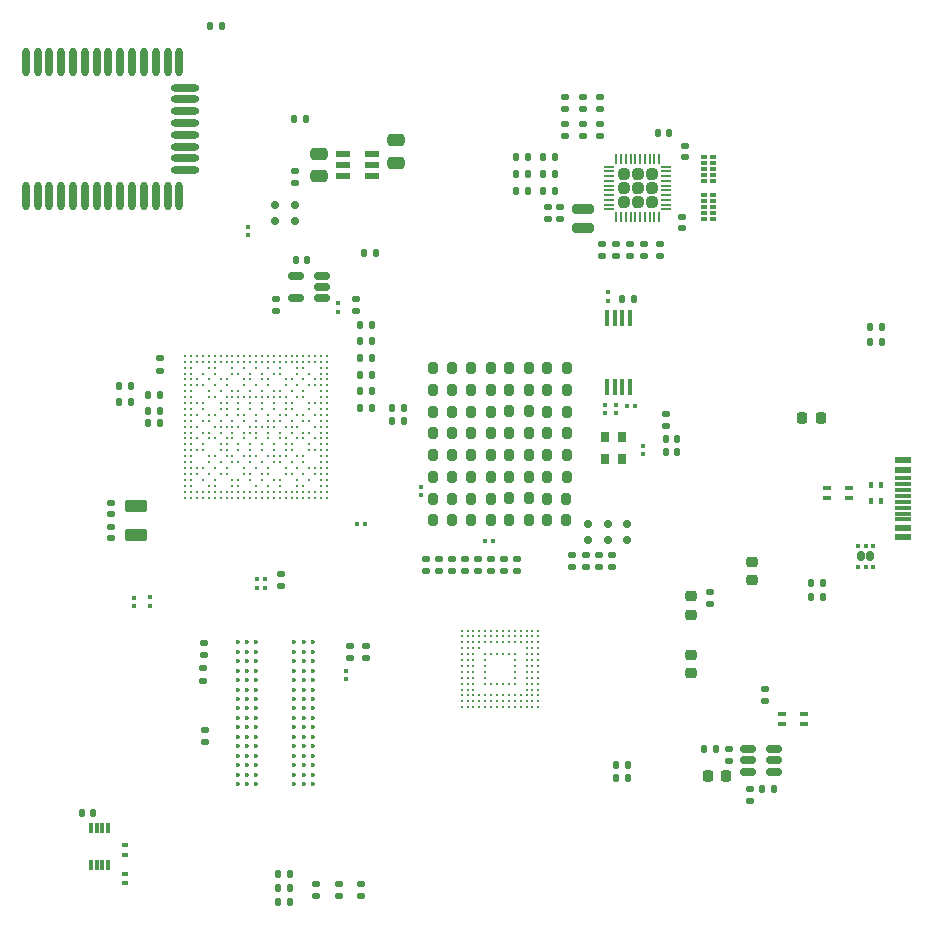
<source format=gbr>
%TF.GenerationSoftware,KiCad,Pcbnew,9.0.1*%
%TF.CreationDate,2026-02-07T17:07:50-05:00*%
%TF.ProjectId,Leonhart,4c656f6e-6861-4727-942e-6b696361645f,rev?*%
%TF.SameCoordinates,Original*%
%TF.FileFunction,Paste,Top*%
%TF.FilePolarity,Positive*%
%FSLAX46Y46*%
G04 Gerber Fmt 4.6, Leading zero omitted, Abs format (unit mm)*
G04 Created by KiCad (PCBNEW 9.0.1) date 2026-02-07 17:07:50*
%MOMM*%
%LPD*%
G01*
G04 APERTURE LIST*
G04 Aperture macros list*
%AMRoundRect*
0 Rectangle with rounded corners*
0 $1 Rounding radius*
0 $2 $3 $4 $5 $6 $7 $8 $9 X,Y pos of 4 corners*
0 Add a 4 corners polygon primitive as box body*
4,1,4,$2,$3,$4,$5,$6,$7,$8,$9,$2,$3,0*
0 Add four circle primitives for the rounded corners*
1,1,$1+$1,$2,$3*
1,1,$1+$1,$4,$5*
1,1,$1+$1,$6,$7*
1,1,$1+$1,$8,$9*
0 Add four rect primitives between the rounded corners*
20,1,$1+$1,$2,$3,$4,$5,0*
20,1,$1+$1,$4,$5,$6,$7,0*
20,1,$1+$1,$6,$7,$8,$9,0*
20,1,$1+$1,$8,$9,$2,$3,0*%
G04 Aperture macros list end*
%ADD10RoundRect,0.135000X0.135000X0.185000X-0.135000X0.185000X-0.135000X-0.185000X0.135000X-0.185000X0*%
%ADD11RoundRect,0.200000X-0.200000X-0.275000X0.200000X-0.275000X0.200000X0.275000X-0.200000X0.275000X0*%
%ADD12RoundRect,0.135000X-0.135000X-0.185000X0.135000X-0.185000X0.135000X0.185000X-0.135000X0.185000X0*%
%ADD13RoundRect,0.075000X0.200000X-0.075000X0.200000X0.075000X-0.200000X0.075000X-0.200000X-0.075000X0*%
%ADD14RoundRect,0.150000X-0.200000X0.150000X-0.200000X-0.150000X0.200000X-0.150000X0.200000X0.150000X0*%
%ADD15RoundRect,0.135000X0.185000X-0.135000X0.185000X0.135000X-0.185000X0.135000X-0.185000X-0.135000X0*%
%ADD16O,0.600000X2.400000*%
%ADD17O,2.400000X0.600000*%
%ADD18RoundRect,0.140000X-0.140000X-0.170000X0.140000X-0.170000X0.140000X0.170000X-0.140000X0.170000X0*%
%ADD19C,0.360000*%
%ADD20RoundRect,0.135000X-0.185000X0.135000X-0.185000X-0.135000X0.185000X-0.135000X0.185000X0.135000X0*%
%ADD21RoundRect,0.225000X0.250000X-0.225000X0.250000X0.225000X-0.250000X0.225000X-0.250000X-0.225000X0*%
%ADD22R,1.450000X0.600000*%
%ADD23R,1.450000X0.300000*%
%ADD24RoundRect,0.079500X-0.079500X-0.100500X0.079500X-0.100500X0.079500X0.100500X-0.079500X0.100500X0*%
%ADD25RoundRect,0.160000X0.160000X-0.245000X0.160000X0.245000X-0.160000X0.245000X-0.160000X-0.245000X0*%
%ADD26RoundRect,0.093750X0.106250X-0.093750X0.106250X0.093750X-0.106250X0.093750X-0.106250X-0.093750X0*%
%ADD27RoundRect,0.060000X-0.190000X0.140000X-0.190000X-0.140000X0.190000X-0.140000X0.190000X0.140000X0*%
%ADD28RoundRect,0.079500X-0.100500X0.079500X-0.100500X-0.079500X0.100500X-0.079500X0.100500X0.079500X0*%
%ADD29RoundRect,0.150000X-0.512500X-0.150000X0.512500X-0.150000X0.512500X0.150000X-0.512500X0.150000X0*%
%ADD30R,0.450000X1.475000*%
%ADD31RoundRect,0.140000X-0.170000X0.140000X-0.170000X-0.140000X0.170000X-0.140000X0.170000X0.140000X0*%
%ADD32RoundRect,0.147500X0.172500X-0.147500X0.172500X0.147500X-0.172500X0.147500X-0.172500X-0.147500X0*%
%ADD33RoundRect,0.225000X0.225000X0.250000X-0.225000X0.250000X-0.225000X-0.250000X0.225000X-0.250000X0*%
%ADD34RoundRect,0.120000X0.780000X0.280000X-0.780000X0.280000X-0.780000X-0.280000X0.780000X-0.280000X0*%
%ADD35RoundRect,0.060000X0.190000X-0.140000X0.190000X0.140000X-0.190000X0.140000X-0.190000X-0.140000X0*%
%ADD36RoundRect,0.100000X-0.275000X-0.100000X0.275000X-0.100000X0.275000X0.100000X-0.275000X0.100000X0*%
%ADD37RoundRect,0.250000X0.475000X-0.250000X0.475000X0.250000X-0.475000X0.250000X-0.475000X-0.250000X0*%
%ADD38C,0.250000*%
%ADD39RoundRect,0.225000X-0.250000X0.225000X-0.250000X-0.225000X0.250000X-0.225000X0.250000X0.225000X0*%
%ADD40RoundRect,0.100000X0.800000X-0.400000X0.800000X0.400000X-0.800000X0.400000X-0.800000X-0.400000X0*%
%ADD41RoundRect,0.140000X0.170000X-0.140000X0.170000X0.140000X-0.170000X0.140000X-0.170000X-0.140000X0*%
%ADD42RoundRect,0.250000X-0.475000X0.250000X-0.475000X-0.250000X0.475000X-0.250000X0.475000X0.250000X0*%
%ADD43RoundRect,0.150000X0.512500X0.150000X-0.512500X0.150000X-0.512500X-0.150000X0.512500X-0.150000X0*%
%ADD44R,0.800000X0.900000*%
%ADD45RoundRect,0.242500X0.242500X0.242500X-0.242500X0.242500X-0.242500X-0.242500X0.242500X-0.242500X0*%
%ADD46RoundRect,0.062500X0.350000X0.062500X-0.350000X0.062500X-0.350000X-0.062500X0.350000X-0.062500X0*%
%ADD47RoundRect,0.062500X0.062500X0.350000X-0.062500X0.350000X-0.062500X-0.350000X0.062500X-0.350000X0*%
%ADD48R,0.300000X0.850000*%
%ADD49RoundRect,0.079500X0.100500X-0.079500X0.100500X0.079500X-0.100500X0.079500X-0.100500X-0.079500X0*%
%ADD50RoundRect,0.060000X0.140000X0.190000X-0.140000X0.190000X-0.140000X-0.190000X0.140000X-0.190000X0*%
%ADD51RoundRect,0.140000X0.140000X0.170000X-0.140000X0.170000X-0.140000X-0.170000X0.140000X-0.170000X0*%
%ADD52R,1.200000X0.600000*%
G04 APERTURE END LIST*
D10*
%TO.C,R3006*%
X167431000Y-116311000D03*
X166411000Y-116311000D03*
%TD*%
D11*
%TO.C,R1014*%
X140841000Y-102470796D03*
X142491000Y-102470796D03*
%TD*%
D12*
%TO.C,R5003*%
X141401000Y-79076000D03*
X142421000Y-79076000D03*
%TD*%
D13*
%TO.C,U5004*%
X158126000Y-84301000D03*
X158126000Y-83801000D03*
X158126000Y-83301000D03*
X158126000Y-82801000D03*
X158126000Y-82301000D03*
X157356000Y-82301000D03*
X157356000Y-82801000D03*
X157356000Y-83301000D03*
X157356000Y-83801000D03*
X157356000Y-84301000D03*
%TD*%
D14*
%TO.C,D1003*%
X150811000Y-111531000D03*
X150811000Y-110131000D03*
%TD*%
D15*
%TO.C,R5005*%
X147051000Y-74996000D03*
X147051000Y-73976000D03*
%TD*%
D13*
%TO.C,U5003*%
X158126000Y-81126000D03*
X158126000Y-80626000D03*
X158126000Y-80126000D03*
X158126000Y-79626000D03*
X158126000Y-79126000D03*
X157356000Y-79126000D03*
X157356000Y-79626000D03*
X157356000Y-80126000D03*
X157356000Y-80626000D03*
X157356000Y-81126000D03*
%TD*%
D16*
%TO.C,U2001*%
X99901000Y-82351000D03*
X100901000Y-82351000D03*
X101901000Y-82351000D03*
X102901000Y-82351000D03*
X103901000Y-82351000D03*
X104901000Y-82351000D03*
X105901000Y-82351000D03*
X106901000Y-82351000D03*
X107901000Y-82351000D03*
X108901000Y-82351000D03*
X109901000Y-82351000D03*
X110901000Y-82351000D03*
X111901000Y-82351000D03*
X112901000Y-82351000D03*
D17*
X113401000Y-80201000D03*
X113401000Y-79201000D03*
X113401000Y-78201000D03*
X113401000Y-77201000D03*
X113401000Y-76201000D03*
X113401000Y-75201000D03*
X113401000Y-74201000D03*
X113401000Y-73201000D03*
D16*
X112901000Y-71051000D03*
X111901000Y-71051000D03*
X110901000Y-71051000D03*
X109901000Y-71051000D03*
X108901000Y-71051000D03*
X107901000Y-71051000D03*
X106901000Y-71051000D03*
X105901000Y-71051000D03*
X104901000Y-71051000D03*
X103901000Y-71051000D03*
X102901000Y-71051000D03*
X101901000Y-71051000D03*
X100901000Y-71051000D03*
X99901000Y-71051000D03*
%TD*%
D18*
%TO.C,C1003*%
X150411000Y-91121000D03*
X151371000Y-91121000D03*
%TD*%
D19*
%TO.C,U4001*%
X124234492Y-132176000D03*
X123434492Y-132176000D03*
X122634492Y-132176000D03*
X119434492Y-132176000D03*
X118634492Y-132176000D03*
X117834492Y-132176000D03*
X124234492Y-131376000D03*
X123434492Y-131376000D03*
X122634492Y-131376000D03*
X119434492Y-131376000D03*
X118634492Y-131376000D03*
X117834492Y-131376000D03*
X124234492Y-130576000D03*
X123434492Y-130576000D03*
X122634492Y-130576000D03*
X119434492Y-130576000D03*
X118634492Y-130576000D03*
X117834492Y-130576000D03*
X124234492Y-129776000D03*
X123434492Y-129776000D03*
X122634492Y-129776000D03*
X119434492Y-129776000D03*
X118634492Y-129776000D03*
X117834492Y-129776000D03*
X124234492Y-128976000D03*
X123434492Y-128976000D03*
X122634492Y-128976000D03*
X119434492Y-128976000D03*
X118634492Y-128976000D03*
X117834492Y-128976000D03*
X124234492Y-128176000D03*
X123434492Y-128176000D03*
X122634492Y-128176000D03*
X119434492Y-128176000D03*
X118634492Y-128176000D03*
X117834492Y-128176000D03*
X124234492Y-127376000D03*
X123434492Y-127376000D03*
X122634492Y-127376000D03*
X119434492Y-127376000D03*
X118634492Y-127376000D03*
X117834492Y-127376000D03*
X124234492Y-126576000D03*
X123434492Y-126576000D03*
X122634492Y-126576000D03*
X119434492Y-126576000D03*
X118634492Y-126576000D03*
X117834492Y-126576000D03*
X124234492Y-125776000D03*
X123434492Y-125776000D03*
X122634492Y-125776000D03*
X119434492Y-125776000D03*
X118634492Y-125776000D03*
X117834492Y-125776000D03*
X124234492Y-124976000D03*
X123434492Y-124976000D03*
X122634492Y-124976000D03*
X119434492Y-124976000D03*
X118634492Y-124976000D03*
X117834492Y-124976000D03*
X124234492Y-124176000D03*
X123434492Y-124176000D03*
X122634492Y-124176000D03*
X119434492Y-124176000D03*
X118634492Y-124176000D03*
X117834492Y-124176000D03*
X124234492Y-123376000D03*
X123434492Y-123376000D03*
X122634492Y-123376000D03*
X119434492Y-123376000D03*
X118634492Y-123376000D03*
X117834492Y-123376000D03*
X124234492Y-122576000D03*
X123434492Y-122576000D03*
X122634492Y-122576000D03*
X119434492Y-122576000D03*
X118634492Y-122576000D03*
X117834492Y-122576000D03*
X124234492Y-121776000D03*
X123434492Y-121776000D03*
X122634492Y-121776000D03*
X119434492Y-121776000D03*
X118634492Y-121776000D03*
X117834492Y-121776000D03*
X124234492Y-120976000D03*
X123434492Y-120976000D03*
X122634492Y-120976000D03*
X119434492Y-120976000D03*
X118634492Y-120976000D03*
X117834492Y-120976000D03*
X124234492Y-120176000D03*
X123434492Y-120176000D03*
X122634492Y-120176000D03*
X119434492Y-120176000D03*
X118634492Y-120176000D03*
X117834492Y-120176000D03*
%TD*%
D20*
%TO.C,FB1001*%
X154101000Y-100846000D03*
X154101000Y-101866000D03*
%TD*%
D21*
%TO.C,C3004*%
X156251000Y-117826000D03*
X156251000Y-116276000D03*
%TD*%
D22*
%TO.C,J6001*%
X174131000Y-111271000D03*
X174131000Y-110471000D03*
D23*
X174131000Y-109271000D03*
X174131000Y-108271000D03*
X174131000Y-107771000D03*
X174131000Y-106771000D03*
D22*
X174131000Y-105571000D03*
X174131000Y-104771000D03*
X174131000Y-104771000D03*
X174131000Y-105571000D03*
D23*
X174131000Y-106271000D03*
X174131000Y-107271000D03*
X174131000Y-108771000D03*
X174131000Y-109771000D03*
D22*
X174131000Y-110471000D03*
X174131000Y-111271000D03*
%TD*%
D11*
%TO.C,R1010*%
X140831000Y-109829571D03*
X142481000Y-109829571D03*
%TD*%
D12*
%TO.C,R2001*%
X115501000Y-67971000D03*
X116521000Y-67971000D03*
%TD*%
D20*
%TO.C,R1001*%
X146181000Y-112801000D03*
X146181000Y-113821000D03*
%TD*%
D24*
%TO.C,R6001*%
X127911000Y-110126000D03*
X128601000Y-110126000D03*
%TD*%
D12*
%TO.C,R6023*%
X157300000Y-129226000D03*
X158320000Y-129226000D03*
%TD*%
D18*
%TO.C,C5020*%
X153421000Y-77051000D03*
X154381000Y-77051000D03*
%TD*%
D12*
%TO.C,R5025*%
X171401000Y-94731000D03*
X172421000Y-94731000D03*
%TD*%
D11*
%TO.C,R1038*%
X144051000Y-104315898D03*
X145701000Y-104315898D03*
%TD*%
D10*
%TO.C,R3004*%
X167431000Y-115191000D03*
X166411000Y-115191000D03*
%TD*%
D20*
%TO.C,R5011*%
X148514000Y-76251000D03*
X148514000Y-77271000D03*
%TD*%
D25*
%TO.C,U6001*%
X170601000Y-112888500D03*
X171401000Y-112888500D03*
D26*
X170351000Y-113776000D03*
X171001000Y-113776000D03*
X171651000Y-113776000D03*
X171651000Y-112001000D03*
X171001000Y-112001000D03*
X170351000Y-112001000D03*
%TD*%
D10*
%TO.C,R6002*%
X131931000Y-101461000D03*
X130911000Y-101461000D03*
%TD*%
D27*
%TO.C,D1005*%
X108261000Y-140581000D03*
X108261000Y-139781000D03*
%TD*%
D28*
%TO.C,C3089*%
X109091000Y-116381000D03*
X109091000Y-117071000D03*
%TD*%
%TO.C,C3087*%
X110381000Y-116371000D03*
X110381000Y-117061000D03*
%TD*%
D24*
%TO.C,C3121*%
X138766000Y-111601000D03*
X139456000Y-111601000D03*
%TD*%
D20*
%TO.C,R6010*%
X138151000Y-113126000D03*
X138151000Y-114146000D03*
%TD*%
D29*
%TO.C,U6003*%
X161015000Y-129226000D03*
X161015000Y-130176000D03*
X161015000Y-131126000D03*
X163290000Y-131126000D03*
X163290000Y-130176000D03*
X163290000Y-129226000D03*
%TD*%
D20*
%TO.C,R5009*%
X145588000Y-76251000D03*
X145588000Y-77271000D03*
%TD*%
D30*
%TO.C,U1001*%
X149111000Y-98577000D03*
X149761000Y-98577000D03*
X150411000Y-98577000D03*
X151061000Y-98577000D03*
X151061000Y-92701000D03*
X150411000Y-92701000D03*
X149761000Y-92701000D03*
X149111000Y-92701000D03*
%TD*%
D11*
%TO.C,R1004*%
X134371000Y-100650388D03*
X136021000Y-100650388D03*
%TD*%
D31*
%TO.C,C5019*%
X144101000Y-83346000D03*
X144101000Y-84306000D03*
%TD*%
D32*
%TO.C,D7003*%
X124511000Y-141646000D03*
X124511000Y-140676000D03*
%TD*%
D11*
%TO.C,R1011*%
X140841000Y-107989877D03*
X142491000Y-107989877D03*
%TD*%
D28*
%TO.C,C3079*%
X126354000Y-91477000D03*
X126354000Y-92167000D03*
%TD*%
D33*
%TO.C,C3019*%
X167201625Y-101207000D03*
X165651625Y-101207000D03*
%TD*%
D34*
%TO.C,L5001*%
X147081000Y-85071000D03*
X147081000Y-83471000D03*
%TD*%
D35*
%TO.C,D1006*%
X108261000Y-137341000D03*
X108261000Y-138141000D03*
%TD*%
D15*
%TO.C,R4006*%
X115061000Y-128581000D03*
X115061000Y-127561000D03*
%TD*%
D21*
%TO.C,C3001*%
X161351000Y-114901000D03*
X161351000Y-113351000D03*
%TD*%
D20*
%TO.C,R6009*%
X140351000Y-113126000D03*
X140351000Y-114146000D03*
%TD*%
D11*
%TO.C,R1017*%
X140841000Y-96951714D03*
X142491000Y-96951714D03*
%TD*%
%TO.C,R1030*%
X137626000Y-102492225D03*
X139276000Y-102492225D03*
%TD*%
%TO.C,R1003*%
X134371000Y-98810694D03*
X136021000Y-98810694D03*
%TD*%
%TO.C,R1015*%
X140841000Y-100631102D03*
X142491000Y-100631102D03*
%TD*%
%TO.C,R1007*%
X134371000Y-106169469D03*
X136021000Y-106169469D03*
%TD*%
D20*
%TO.C,R6011*%
X135951000Y-113126000D03*
X135951000Y-114146000D03*
%TD*%
D10*
%TO.C,R1049*%
X111281000Y-101621000D03*
X110261000Y-101621000D03*
%TD*%
D20*
%TO.C,R4008*%
X114944492Y-122390984D03*
X114944492Y-123410984D03*
%TD*%
D36*
%TO.C,L6001*%
X167771000Y-107946000D03*
X169621000Y-107946000D03*
X169621000Y-107096000D03*
X167771000Y-107096000D03*
%TD*%
D12*
%TO.C,R5026*%
X171401000Y-93501000D03*
X172421000Y-93501000D03*
%TD*%
%TO.C,R5016*%
X128181000Y-100321000D03*
X129201000Y-100321000D03*
%TD*%
%TO.C,R5015*%
X128196000Y-93301000D03*
X129216000Y-93301000D03*
%TD*%
D15*
%TO.C,R1026*%
X149531000Y-113821000D03*
X149531000Y-112801000D03*
%TD*%
D20*
%TO.C,R5004*%
X127851000Y-91116000D03*
X127851000Y-92136000D03*
%TD*%
D15*
%TO.C,R1024*%
X147297667Y-113821000D03*
X147297667Y-112801000D03*
%TD*%
D10*
%TO.C,R3001*%
X150871000Y-130601000D03*
X149851000Y-130601000D03*
%TD*%
D37*
%TO.C,C6017*%
X131231000Y-79571000D03*
X131231000Y-77671000D03*
%TD*%
D24*
%TO.C,C3084*%
X119496000Y-114816000D03*
X120186000Y-114816000D03*
%TD*%
D10*
%TO.C,R5007*%
X142421000Y-80539000D03*
X141401000Y-80539000D03*
%TD*%
D11*
%TO.C,R1041*%
X144051000Y-98792224D03*
X145701000Y-98792224D03*
%TD*%
D31*
%TO.C,C5018*%
X145151000Y-83346000D03*
X145151000Y-84306000D03*
%TD*%
D38*
%TO.C,U1002*%
X113401000Y-107916000D03*
X113401000Y-107416000D03*
X113401000Y-106916000D03*
X113401000Y-106416000D03*
X113401000Y-105916000D03*
X113401000Y-105416000D03*
X113401000Y-104916000D03*
X113401000Y-104416000D03*
X113401000Y-103916000D03*
X113401000Y-103416000D03*
X113401000Y-102916000D03*
X113401000Y-102416000D03*
X113401000Y-101916000D03*
X113401000Y-101416000D03*
X113401000Y-100916000D03*
X113401000Y-100416000D03*
X113401000Y-99916000D03*
X113401000Y-99416000D03*
X113401000Y-98916000D03*
X113401000Y-98416000D03*
X113401000Y-97916000D03*
X113401000Y-97416000D03*
X113401000Y-96916000D03*
X113401000Y-96416000D03*
X113401000Y-95916000D03*
X123401000Y-107916000D03*
X123401000Y-107416000D03*
X123401000Y-106916000D03*
X123401000Y-105916000D03*
X123401000Y-104916000D03*
X123401000Y-104416000D03*
X123401000Y-102916000D03*
X123401000Y-102416000D03*
X123401000Y-101416000D03*
X123401000Y-100916000D03*
X123401000Y-99416000D03*
X123401000Y-98916000D03*
X123401000Y-97916000D03*
X123401000Y-96916000D03*
X123401000Y-96416000D03*
X123401000Y-95916000D03*
X123901000Y-107916000D03*
X123901000Y-107416000D03*
X123901000Y-106416000D03*
X123901000Y-105416000D03*
X123901000Y-103916000D03*
X123901000Y-103416000D03*
X123901000Y-102416000D03*
X123901000Y-101416000D03*
X123901000Y-100416000D03*
X123901000Y-99916000D03*
X123901000Y-98416000D03*
X123901000Y-97416000D03*
X123901000Y-96416000D03*
X123901000Y-95916000D03*
X124401000Y-107916000D03*
X124401000Y-107416000D03*
X124401000Y-105916000D03*
X124401000Y-105416000D03*
X124401000Y-103916000D03*
X124401000Y-102916000D03*
X124401000Y-101916000D03*
X124401000Y-100916000D03*
X124401000Y-99916000D03*
X124401000Y-98416000D03*
X124401000Y-97916000D03*
X124401000Y-96416000D03*
X124401000Y-95916000D03*
X124901000Y-107916000D03*
X124901000Y-107416000D03*
X124901000Y-106916000D03*
X124901000Y-106416000D03*
X124901000Y-105916000D03*
X124901000Y-105416000D03*
X124901000Y-104916000D03*
X124901000Y-104416000D03*
X124901000Y-103916000D03*
X124901000Y-103416000D03*
X124901000Y-102916000D03*
X124901000Y-102416000D03*
X124901000Y-101916000D03*
X124901000Y-101416000D03*
X124901000Y-100916000D03*
X124901000Y-100416000D03*
X124901000Y-99916000D03*
X124901000Y-99416000D03*
X124901000Y-98916000D03*
X124901000Y-98416000D03*
X124901000Y-97916000D03*
X124901000Y-97416000D03*
X124901000Y-96916000D03*
X124901000Y-96416000D03*
X124901000Y-95916000D03*
X125401000Y-107916000D03*
X125401000Y-107416000D03*
X125401000Y-106916000D03*
X125401000Y-106416000D03*
X125401000Y-105916000D03*
X125401000Y-105416000D03*
X125401000Y-104916000D03*
X125401000Y-104416000D03*
X125401000Y-103916000D03*
X125401000Y-103416000D03*
X125401000Y-102916000D03*
X125401000Y-102416000D03*
X125401000Y-101916000D03*
X125401000Y-101416000D03*
X125401000Y-100916000D03*
X125401000Y-100416000D03*
X125401000Y-99916000D03*
X125401000Y-99416000D03*
X125401000Y-98916000D03*
X125401000Y-98416000D03*
X125401000Y-97916000D03*
X125401000Y-97416000D03*
X125401000Y-96916000D03*
X125401000Y-96416000D03*
X125401000Y-95916000D03*
X113901000Y-107916000D03*
X113901000Y-107416000D03*
X113901000Y-106916000D03*
X113901000Y-106416000D03*
X113901000Y-105916000D03*
X113901000Y-105416000D03*
X113901000Y-104916000D03*
X113901000Y-104416000D03*
X113901000Y-103916000D03*
X113901000Y-103416000D03*
X113901000Y-102916000D03*
X113901000Y-102416000D03*
X113901000Y-101916000D03*
X113901000Y-101416000D03*
X113901000Y-100916000D03*
X113901000Y-100416000D03*
X113901000Y-99916000D03*
X113901000Y-99416000D03*
X113901000Y-98916000D03*
X113901000Y-98416000D03*
X113901000Y-97916000D03*
X113901000Y-97416000D03*
X113901000Y-96916000D03*
X113901000Y-96416000D03*
X113901000Y-95916000D03*
X114401000Y-107916000D03*
X114401000Y-107416000D03*
X114401000Y-105916000D03*
X114401000Y-105416000D03*
X114401000Y-103916000D03*
X114401000Y-102916000D03*
X114401000Y-101916000D03*
X114401000Y-100916000D03*
X114401000Y-99916000D03*
X114401000Y-98416000D03*
X114401000Y-97916000D03*
X114401000Y-96416000D03*
X114401000Y-95916000D03*
X114901000Y-107916000D03*
X114901000Y-107416000D03*
X114901000Y-106416000D03*
X114901000Y-105416000D03*
X114901000Y-103916000D03*
X114901000Y-103416000D03*
X114901000Y-102416000D03*
X114901000Y-101416000D03*
X114901000Y-100416000D03*
X114901000Y-99916000D03*
X114901000Y-98416000D03*
X114901000Y-97416000D03*
X114901000Y-96416000D03*
X114901000Y-95916000D03*
X115401000Y-107916000D03*
X115401000Y-107416000D03*
X115401000Y-106916000D03*
X115401000Y-105916000D03*
X115401000Y-104916000D03*
X115401000Y-104416000D03*
X115401000Y-102916000D03*
X115401000Y-102416000D03*
X115401000Y-101416000D03*
X115401000Y-100916000D03*
X115401000Y-99416000D03*
X115401000Y-98916000D03*
X115401000Y-97916000D03*
X115401000Y-96916000D03*
X115401000Y-96416000D03*
X115401000Y-95916000D03*
X115901000Y-107916000D03*
X115901000Y-107416000D03*
X115901000Y-106916000D03*
X115901000Y-106416000D03*
X115901000Y-105416000D03*
X115901000Y-104416000D03*
X115901000Y-102916000D03*
X115901000Y-101916000D03*
X115901000Y-100916000D03*
X115901000Y-99416000D03*
X115901000Y-98416000D03*
X115901000Y-97416000D03*
X115901000Y-96916000D03*
X115901000Y-96416000D03*
X115901000Y-95916000D03*
X116401000Y-107916000D03*
X116401000Y-107416000D03*
X116401000Y-105916000D03*
X116401000Y-104916000D03*
X116401000Y-103916000D03*
X116401000Y-103416000D03*
X116401000Y-102416000D03*
X116401000Y-101916000D03*
X116401000Y-101416000D03*
X116401000Y-100416000D03*
X116401000Y-99916000D03*
X116401000Y-98916000D03*
X116401000Y-97916000D03*
X116401000Y-96416000D03*
X116401000Y-95916000D03*
X116901000Y-107916000D03*
X116901000Y-107416000D03*
X116901000Y-105916000D03*
X116901000Y-105416000D03*
X116901000Y-104416000D03*
X116901000Y-103916000D03*
X116901000Y-103416000D03*
X116901000Y-102916000D03*
X116901000Y-101916000D03*
X116901000Y-100916000D03*
X116901000Y-100416000D03*
X116901000Y-99916000D03*
X116901000Y-99416000D03*
X116901000Y-98416000D03*
X116901000Y-97916000D03*
X116901000Y-96416000D03*
X116901000Y-95916000D03*
X117401000Y-107916000D03*
X117401000Y-107416000D03*
X117401000Y-106916000D03*
X117401000Y-106416000D03*
X117401000Y-104916000D03*
X117401000Y-104416000D03*
X117401000Y-102916000D03*
X117401000Y-102416000D03*
X117401000Y-101916000D03*
X117401000Y-101416000D03*
X117401000Y-99416000D03*
X117401000Y-98916000D03*
X117401000Y-97416000D03*
X117401000Y-96916000D03*
X117401000Y-96416000D03*
X117401000Y-95916000D03*
X117901000Y-107916000D03*
X117901000Y-107416000D03*
X117901000Y-106916000D03*
X117901000Y-106416000D03*
X117901000Y-104916000D03*
X117901000Y-103916000D03*
X117901000Y-103416000D03*
X117901000Y-101916000D03*
X117901000Y-100916000D03*
X117901000Y-100416000D03*
X117901000Y-99916000D03*
X117901000Y-99416000D03*
X117901000Y-98916000D03*
X117901000Y-97416000D03*
X117901000Y-96416000D03*
X117901000Y-95916000D03*
X118401000Y-107916000D03*
X118401000Y-107416000D03*
X118401000Y-105916000D03*
X118401000Y-105416000D03*
X118401000Y-104416000D03*
X118401000Y-102916000D03*
X118401000Y-102416000D03*
X118401000Y-101416000D03*
X118401000Y-100916000D03*
X118401000Y-99416000D03*
X118401000Y-98416000D03*
X118401000Y-97916000D03*
X118401000Y-96916000D03*
X118401000Y-96416000D03*
X118401000Y-95916000D03*
X118901000Y-107916000D03*
X118901000Y-107416000D03*
X118901000Y-106416000D03*
X118901000Y-105916000D03*
X118901000Y-104916000D03*
X118901000Y-104416000D03*
X118901000Y-103916000D03*
X118901000Y-103416000D03*
X118901000Y-102416000D03*
X118901000Y-101916000D03*
X118901000Y-100416000D03*
X118901000Y-99916000D03*
X118901000Y-99416000D03*
X118901000Y-98916000D03*
X118901000Y-97916000D03*
X118901000Y-97416000D03*
X118901000Y-96416000D03*
X118901000Y-95916000D03*
X119401000Y-107916000D03*
X119401000Y-107416000D03*
X119401000Y-106916000D03*
X119401000Y-105416000D03*
X119401000Y-104416000D03*
X119401000Y-102916000D03*
X119401000Y-102416000D03*
X119401000Y-101916000D03*
X119401000Y-101416000D03*
X119401000Y-100916000D03*
X119401000Y-99416000D03*
X119401000Y-98416000D03*
X119401000Y-96916000D03*
X119401000Y-96416000D03*
X119401000Y-95916000D03*
X119901000Y-107916000D03*
X119901000Y-107416000D03*
X119901000Y-106416000D03*
X119901000Y-105916000D03*
X119901000Y-104916000D03*
X119901000Y-103916000D03*
X119901000Y-103416000D03*
X119901000Y-101916000D03*
X119901000Y-100416000D03*
X119901000Y-99916000D03*
X119901000Y-99416000D03*
X119901000Y-98916000D03*
X119901000Y-97916000D03*
X119901000Y-97416000D03*
X119901000Y-96416000D03*
X119901000Y-95916000D03*
X120401000Y-107916000D03*
X120401000Y-107416000D03*
X120401000Y-106916000D03*
X120401000Y-105916000D03*
X120401000Y-105416000D03*
X120401000Y-104416000D03*
X120401000Y-102916000D03*
X120401000Y-102416000D03*
X120401000Y-101916000D03*
X120401000Y-101416000D03*
X120401000Y-100916000D03*
X120401000Y-99416000D03*
X120401000Y-98416000D03*
X120401000Y-97916000D03*
X120401000Y-96916000D03*
X120401000Y-96416000D03*
X120401000Y-95916000D03*
X120901000Y-107916000D03*
X120901000Y-107416000D03*
X120901000Y-106416000D03*
X120901000Y-104916000D03*
X120901000Y-104416000D03*
X120901000Y-103916000D03*
X120901000Y-103416000D03*
X120901000Y-101916000D03*
X120901000Y-101416000D03*
X120901000Y-100416000D03*
X120901000Y-99916000D03*
X120901000Y-99416000D03*
X120901000Y-98916000D03*
X120901000Y-97416000D03*
X120901000Y-96416000D03*
X120901000Y-95916000D03*
X121401000Y-107916000D03*
X121401000Y-107416000D03*
X121401000Y-106916000D03*
X121401000Y-106416000D03*
X121401000Y-104916000D03*
X121401000Y-104416000D03*
X121401000Y-102916000D03*
X121401000Y-102416000D03*
X121401000Y-101416000D03*
X121401000Y-100916000D03*
X121401000Y-99416000D03*
X121401000Y-98916000D03*
X121401000Y-97416000D03*
X121401000Y-96916000D03*
X121401000Y-96416000D03*
X121401000Y-95916000D03*
X121901000Y-107916000D03*
X121901000Y-107416000D03*
X121901000Y-105916000D03*
X121901000Y-105416000D03*
X121901000Y-104416000D03*
X121901000Y-103916000D03*
X121901000Y-103416000D03*
X121901000Y-102916000D03*
X121901000Y-101916000D03*
X121901000Y-100916000D03*
X121901000Y-100416000D03*
X121901000Y-99916000D03*
X121901000Y-99416000D03*
X121901000Y-98416000D03*
X121901000Y-97916000D03*
X121901000Y-96416000D03*
X121901000Y-95916000D03*
X122401000Y-107916000D03*
X122401000Y-107416000D03*
X122401000Y-105916000D03*
X122401000Y-104916000D03*
X122401000Y-103916000D03*
X122401000Y-103416000D03*
X122401000Y-102416000D03*
X122401000Y-101916000D03*
X122401000Y-101416000D03*
X122401000Y-100416000D03*
X122401000Y-99916000D03*
X122401000Y-98916000D03*
X122401000Y-97916000D03*
X122401000Y-96416000D03*
X122401000Y-95916000D03*
X122901000Y-107916000D03*
X122901000Y-107416000D03*
X122901000Y-106916000D03*
X122901000Y-106416000D03*
X122901000Y-105416000D03*
X122901000Y-104416000D03*
X122901000Y-102916000D03*
X122901000Y-101916000D03*
X122901000Y-100916000D03*
X122901000Y-99416000D03*
X122901000Y-98416000D03*
X122901000Y-97416000D03*
X122901000Y-96916000D03*
X122901000Y-96416000D03*
X122901000Y-95916000D03*
%TD*%
D39*
%TO.C,C3007*%
X156251000Y-121226000D03*
X156251000Y-122776000D03*
%TD*%
D20*
%TO.C,R6006*%
X137051000Y-113126000D03*
X137051000Y-114146000D03*
%TD*%
D12*
%TO.C,R5008*%
X143676000Y-79076000D03*
X144696000Y-79076000D03*
%TD*%
%TO.C,R7003*%
X121261000Y-142171000D03*
X122281000Y-142171000D03*
%TD*%
D15*
%TO.C,R4004*%
X128734492Y-121531000D03*
X128734492Y-120511000D03*
%TD*%
D11*
%TO.C,R1037*%
X144036000Y-106157122D03*
X145686000Y-106157122D03*
%TD*%
%TO.C,R1036*%
X144026000Y-107998347D03*
X145676000Y-107998347D03*
%TD*%
D31*
%TO.C,C6011*%
X159430000Y-129225000D03*
X159430000Y-130185000D03*
%TD*%
D20*
%TO.C,R3005*%
X157801000Y-115881000D03*
X157801000Y-116901000D03*
%TD*%
D15*
%TO.C,R3003*%
X162481000Y-125181000D03*
X162481000Y-124161000D03*
%TD*%
D20*
%TO.C,R5024*%
X149892667Y-86441000D03*
X149892667Y-87461000D03*
%TD*%
D12*
%TO.C,R5019*%
X128196000Y-96109000D03*
X129216000Y-96109000D03*
%TD*%
D11*
%TO.C,R1033*%
X137626000Y-108011306D03*
X139276000Y-108011306D03*
%TD*%
%TO.C,R1029*%
X137626000Y-100652531D03*
X139276000Y-100652531D03*
%TD*%
D18*
%TO.C,C1002*%
X154111000Y-104056000D03*
X155071000Y-104056000D03*
%TD*%
D40*
%TO.C,X1003*%
X109201000Y-111101000D03*
X109201000Y-108601000D03*
%TD*%
D11*
%TO.C,R1008*%
X134371000Y-108009163D03*
X136021000Y-108009163D03*
%TD*%
D20*
%TO.C,R5002*%
X145588000Y-73976000D03*
X145588000Y-74996000D03*
%TD*%
D11*
%TO.C,R1040*%
X144051000Y-100633449D03*
X145701000Y-100633449D03*
%TD*%
D10*
%TO.C,FB2001*%
X123611000Y-75901000D03*
X122591000Y-75901000D03*
%TD*%
D11*
%TO.C,R1013*%
X140841000Y-104310489D03*
X142491000Y-104310489D03*
%TD*%
D32*
%TO.C,D7001*%
X128291000Y-141636000D03*
X128291000Y-140666000D03*
%TD*%
D11*
%TO.C,R1027*%
X137601000Y-96973143D03*
X139251000Y-96973143D03*
%TD*%
D32*
%TO.C,D7002*%
X126401000Y-141641000D03*
X126401000Y-140671000D03*
%TD*%
D15*
%TO.C,R5021*%
X152226000Y-87461000D03*
X152226000Y-86441000D03*
%TD*%
D11*
%TO.C,R1002*%
X134371000Y-96971000D03*
X136021000Y-96971000D03*
%TD*%
D15*
%TO.C,R1025*%
X148414333Y-113821000D03*
X148414333Y-112801000D03*
%TD*%
D41*
%TO.C,C1007*%
X107101000Y-111361000D03*
X107101000Y-110401000D03*
%TD*%
D42*
%TO.C,C6016*%
X124701000Y-78831000D03*
X124701000Y-80731000D03*
%TD*%
D11*
%TO.C,R1028*%
X137626000Y-98812837D03*
X139276000Y-98812837D03*
%TD*%
D43*
%TO.C,U1004*%
X125019500Y-91035500D03*
X125019500Y-90085500D03*
X125019500Y-89135500D03*
X122744500Y-89135500D03*
X122744500Y-91035500D03*
%TD*%
D11*
%TO.C,R1034*%
X137626000Y-109851000D03*
X139276000Y-109851000D03*
%TD*%
D44*
%TO.C,X1001*%
X150386000Y-104627000D03*
X150386000Y-102777000D03*
X148936000Y-102777000D03*
X148936000Y-104627000D03*
%TD*%
D15*
%TO.C,R4007*%
X121491000Y-115381000D03*
X121491000Y-114361000D03*
%TD*%
D18*
%TO.C,C1004*%
X154111000Y-102946000D03*
X155071000Y-102946000D03*
%TD*%
D11*
%TO.C,R1016*%
X140841000Y-98791408D03*
X142491000Y-98791408D03*
%TD*%
D31*
%TO.C,C5002*%
X155426000Y-84166000D03*
X155426000Y-85126000D03*
%TD*%
D12*
%TO.C,R1044*%
X107777000Y-99825000D03*
X108797000Y-99825000D03*
%TD*%
D45*
%TO.C,U5002*%
X152911000Y-82911500D03*
X152911000Y-81711500D03*
X152911000Y-80511500D03*
X151711000Y-82911500D03*
X151711000Y-81711500D03*
X151711000Y-80511500D03*
X150511000Y-82911500D03*
X150511000Y-81711500D03*
X150511000Y-80511500D03*
D46*
X154148500Y-83511500D03*
X154148500Y-83111500D03*
X154148500Y-82711500D03*
X154148500Y-82311500D03*
X154148500Y-81911500D03*
X154148500Y-81511500D03*
X154148500Y-81111500D03*
X154148500Y-80711500D03*
X154148500Y-80311500D03*
X154148500Y-79911500D03*
D47*
X153511000Y-79274000D03*
X153111000Y-79274000D03*
X152711000Y-79274000D03*
X152311000Y-79274000D03*
X151911000Y-79274000D03*
X151511000Y-79274000D03*
X151111000Y-79274000D03*
X150711000Y-79274000D03*
X150311000Y-79274000D03*
X149911000Y-79274000D03*
D46*
X149273500Y-79911500D03*
X149273500Y-80311500D03*
X149273500Y-80711500D03*
X149273500Y-81111500D03*
X149273500Y-81511500D03*
X149273500Y-81911500D03*
X149273500Y-82311500D03*
X149273500Y-82711500D03*
X149273500Y-83111500D03*
X149273500Y-83511500D03*
D47*
X149911000Y-84149000D03*
X150311000Y-84149000D03*
X150711000Y-84149000D03*
X151111000Y-84149000D03*
X151511000Y-84149000D03*
X151911000Y-84149000D03*
X152311000Y-84149000D03*
X152711000Y-84149000D03*
X153111000Y-84149000D03*
X153511000Y-84149000D03*
%TD*%
D20*
%TO.C,R6004*%
X141451000Y-113126000D03*
X141451000Y-114146000D03*
%TD*%
D11*
%TO.C,R1009*%
X134371000Y-109848857D03*
X136021000Y-109848857D03*
%TD*%
D12*
%TO.C,R6021*%
X162270000Y-132591000D03*
X163290000Y-132591000D03*
%TD*%
D20*
%TO.C,R5010*%
X147051000Y-76251000D03*
X147051000Y-77271000D03*
%TD*%
D11*
%TO.C,R1042*%
X144051000Y-96951000D03*
X145701000Y-96951000D03*
%TD*%
D14*
%TO.C,D6014*%
X120976000Y-84526000D03*
X120976000Y-83126000D03*
%TD*%
D12*
%TO.C,R5013*%
X143676000Y-80539000D03*
X144696000Y-80539000D03*
%TD*%
D20*
%TO.C,R5020*%
X148726000Y-86451000D03*
X148726000Y-87471000D03*
%TD*%
D11*
%TO.C,R1006*%
X134371000Y-104329775D03*
X136021000Y-104329775D03*
%TD*%
D10*
%TO.C,FB3011*%
X129541000Y-87241000D03*
X128521000Y-87241000D03*
%TD*%
D18*
%TO.C,C1010*%
X122741000Y-87801000D03*
X123701000Y-87801000D03*
%TD*%
D48*
%TO.C,U1003*%
X105391000Y-139051000D03*
X105891000Y-139051000D03*
X106391000Y-139051000D03*
X106891000Y-139051000D03*
X106891000Y-135901000D03*
X106391000Y-135901000D03*
X105891000Y-135901000D03*
X105391000Y-135901000D03*
%TD*%
D24*
%TO.C,C3088*%
X119486000Y-115576000D03*
X120176000Y-115576000D03*
%TD*%
D20*
%TO.C,R4003*%
X127374492Y-120511000D03*
X127374492Y-121531000D03*
%TD*%
%TO.C,R6031*%
X122701000Y-80281000D03*
X122701000Y-81301000D03*
%TD*%
D49*
%TO.C,C4019*%
X126984492Y-123285984D03*
X126984492Y-122595984D03*
%TD*%
D12*
%TO.C,R1043*%
X107777000Y-98491000D03*
X108797000Y-98491000D03*
%TD*%
D14*
%TO.C,D1002*%
X149166000Y-111531000D03*
X149166000Y-110131000D03*
%TD*%
D11*
%TO.C,R1035*%
X144026000Y-109839571D03*
X145676000Y-109839571D03*
%TD*%
D38*
%TO.C,U6002*%
X136801000Y-119176000D03*
X137301000Y-119176000D03*
X137801000Y-119176000D03*
X138301000Y-119176000D03*
X138801000Y-119176000D03*
X139301000Y-119176000D03*
X139801000Y-119176000D03*
X140301000Y-119176000D03*
X140801000Y-119176000D03*
X141301000Y-119176000D03*
X141801000Y-119176000D03*
X142301000Y-119176000D03*
X142801000Y-119176000D03*
X143301000Y-119176000D03*
X136801000Y-119676000D03*
X137301000Y-119676000D03*
X137801000Y-119676000D03*
X138301000Y-119676000D03*
X138801000Y-119676000D03*
X139301000Y-119676000D03*
X139801000Y-119676000D03*
X140301000Y-119676000D03*
X140801000Y-119676000D03*
X141301000Y-119676000D03*
X141801000Y-119676000D03*
X142301000Y-119676000D03*
X142801000Y-119676000D03*
X143301000Y-119676000D03*
X136801000Y-120176000D03*
X137301000Y-120176000D03*
X137801000Y-120176000D03*
X138301000Y-120176000D03*
X138801000Y-120176000D03*
X139301000Y-120176000D03*
X139801000Y-120176000D03*
X140301000Y-120176000D03*
X140801000Y-120176000D03*
X141301000Y-120176000D03*
X141801000Y-120176000D03*
X142301000Y-120176000D03*
X142801000Y-120176000D03*
X143301000Y-120176000D03*
X136801000Y-120676000D03*
X137301000Y-120676000D03*
X137801000Y-120676000D03*
X138301000Y-120676000D03*
X142301000Y-120676000D03*
X142801000Y-120676000D03*
X143301000Y-120676000D03*
X136801000Y-121176000D03*
X137301000Y-121176000D03*
X137801000Y-121176000D03*
X138801000Y-121176000D03*
X139301000Y-121176000D03*
X139801000Y-121176000D03*
X140301000Y-121176000D03*
X140801000Y-121176000D03*
X141301000Y-121176000D03*
X142301000Y-121176000D03*
X142801000Y-121176000D03*
X143301000Y-121176000D03*
X136801000Y-121676000D03*
X137301000Y-121676000D03*
X137801000Y-121676000D03*
X138801000Y-121676000D03*
X141301000Y-121676000D03*
X142301000Y-121676000D03*
X142801000Y-121676000D03*
X143301000Y-121676000D03*
X136801000Y-122176000D03*
X137301000Y-122176000D03*
X137801000Y-122176000D03*
X138801000Y-122176000D03*
X141301000Y-122176000D03*
X142301000Y-122176000D03*
X142801000Y-122176000D03*
X143301000Y-122176000D03*
X136801000Y-122676000D03*
X137301000Y-122676000D03*
X137801000Y-122676000D03*
X138801000Y-122676000D03*
X141301000Y-122676000D03*
X142301000Y-122676000D03*
X142801000Y-122676000D03*
X143301000Y-122676000D03*
X136801000Y-123176000D03*
X137301000Y-123176000D03*
X137801000Y-123176000D03*
X138801000Y-123176000D03*
X141301000Y-123176000D03*
X142301000Y-123176000D03*
X142801000Y-123176000D03*
X143301000Y-123176000D03*
X136801000Y-123676000D03*
X137301000Y-123676000D03*
X137801000Y-123676000D03*
X138801000Y-123676000D03*
X139301000Y-123676000D03*
X139801000Y-123676000D03*
X140301000Y-123676000D03*
X140801000Y-123676000D03*
X141301000Y-123676000D03*
X142301000Y-123676000D03*
X142801000Y-123676000D03*
X143301000Y-123676000D03*
X136801000Y-124176000D03*
X137301000Y-124176000D03*
X137801000Y-124176000D03*
X142301000Y-124176000D03*
X142801000Y-124176000D03*
X143301000Y-124176000D03*
X136801000Y-124676000D03*
X137301000Y-124676000D03*
X137801000Y-124676000D03*
X138301000Y-124676000D03*
X138801000Y-124676000D03*
X139301000Y-124676000D03*
X139801000Y-124676000D03*
X140301000Y-124676000D03*
X140801000Y-124676000D03*
X141301000Y-124676000D03*
X141801000Y-124676000D03*
X142301000Y-124676000D03*
X142801000Y-124676000D03*
X143301000Y-124676000D03*
X136801000Y-125176000D03*
X137301000Y-125176000D03*
X137801000Y-125176000D03*
X138301000Y-125176000D03*
X138801000Y-125176000D03*
X139301000Y-125176000D03*
X139801000Y-125176000D03*
X140301000Y-125176000D03*
X140801000Y-125176000D03*
X141301000Y-125176000D03*
X141801000Y-125176000D03*
X142301000Y-125176000D03*
X142801000Y-125176000D03*
X143301000Y-125176000D03*
X136801000Y-125676000D03*
X137301000Y-125676000D03*
X137801000Y-125676000D03*
X138301000Y-125676000D03*
X138801000Y-125676000D03*
X139301000Y-125676000D03*
X139801000Y-125676000D03*
X140301000Y-125676000D03*
X140801000Y-125676000D03*
X141301000Y-125676000D03*
X141801000Y-125676000D03*
X142301000Y-125676000D03*
X142801000Y-125676000D03*
X143301000Y-125676000D03*
%TD*%
D15*
%TO.C,R6022*%
X161190000Y-133611000D03*
X161190000Y-132591000D03*
%TD*%
D31*
%TO.C,C1008*%
X107101000Y-108341000D03*
X107101000Y-109301000D03*
%TD*%
D28*
%TO.C,C3048*%
X133351000Y-106986000D03*
X133351000Y-107676000D03*
%TD*%
D12*
%TO.C,R3002*%
X149851000Y-131661000D03*
X150871000Y-131661000D03*
%TD*%
%TO.C,R6003*%
X130911000Y-100341000D03*
X131931000Y-100341000D03*
%TD*%
%TO.C,R5014*%
X128196000Y-94705000D03*
X129216000Y-94705000D03*
%TD*%
D10*
%TO.C,R5006*%
X142421000Y-82002000D03*
X141401000Y-82002000D03*
%TD*%
D20*
%TO.C,R5001*%
X148514000Y-73976000D03*
X148514000Y-74996000D03*
%TD*%
D10*
%TO.C,R1046*%
X111283000Y-99201000D03*
X110263000Y-99201000D03*
%TD*%
D49*
%TO.C,R1023*%
X149201000Y-91236000D03*
X149201000Y-90546000D03*
%TD*%
D10*
%TO.C,R1051*%
X111281000Y-100571000D03*
X110261000Y-100571000D03*
%TD*%
D12*
%TO.C,R5017*%
X128196000Y-98917000D03*
X129216000Y-98917000D03*
%TD*%
D33*
%TO.C,C6010*%
X159190000Y-131521000D03*
X157640000Y-131521000D03*
%TD*%
D41*
%TO.C,C5001*%
X155726000Y-79081000D03*
X155726000Y-78121000D03*
%TD*%
D14*
%TO.C,D6013*%
X122701000Y-84526000D03*
X122701000Y-83126000D03*
%TD*%
D49*
%TO.C,R1020*%
X149861000Y-100772000D03*
X149861000Y-100082000D03*
%TD*%
D11*
%TO.C,R1005*%
X134371000Y-102490082D03*
X136021000Y-102490082D03*
%TD*%
D20*
%TO.C,R6007*%
X134851000Y-113126000D03*
X134851000Y-114146000D03*
%TD*%
D11*
%TO.C,R1031*%
X137626000Y-104331918D03*
X139276000Y-104331918D03*
%TD*%
D15*
%TO.C,R6014*%
X111251000Y-97161000D03*
X111251000Y-96141000D03*
%TD*%
D50*
%TO.C,D6001*%
X171471000Y-106841000D03*
X172271000Y-106841000D03*
%TD*%
D20*
%TO.C,R5022*%
X151059333Y-86441000D03*
X151059333Y-87461000D03*
%TD*%
D51*
%TO.C,C1011*%
X105611000Y-134611000D03*
X104651000Y-134611000D03*
%TD*%
D24*
%TO.C,R1021*%
X150816000Y-100127000D03*
X151506000Y-100127000D03*
%TD*%
D20*
%TO.C,R6008*%
X133751000Y-113126000D03*
X133751000Y-114146000D03*
%TD*%
D49*
%TO.C,R1022*%
X148936000Y-100772000D03*
X148936000Y-100082000D03*
%TD*%
D11*
%TO.C,R1012*%
X140841000Y-106150183D03*
X142491000Y-106150183D03*
%TD*%
D20*
%TO.C,R5023*%
X153601000Y-86431000D03*
X153601000Y-87451000D03*
%TD*%
D49*
%TO.C,C3081*%
X118741000Y-85686000D03*
X118741000Y-84996000D03*
%TD*%
D20*
%TO.C,R6005*%
X139251000Y-113126000D03*
X139251000Y-114146000D03*
%TD*%
D11*
%TO.C,R1039*%
X144051000Y-102474673D03*
X145701000Y-102474673D03*
%TD*%
D15*
%TO.C,R1060*%
X121101000Y-92101000D03*
X121101000Y-91081000D03*
%TD*%
D36*
%TO.C,L6002*%
X163951000Y-127126000D03*
X165801000Y-127126000D03*
X165801000Y-126276000D03*
X163951000Y-126276000D03*
%TD*%
D11*
%TO.C,R1032*%
X137626000Y-106171612D03*
X139276000Y-106171612D03*
%TD*%
D15*
%TO.C,R4005*%
X114954492Y-121270984D03*
X114954492Y-120250984D03*
%TD*%
D50*
%TO.C,D6002*%
X171471000Y-108201000D03*
X172271000Y-108201000D03*
%TD*%
D12*
%TO.C,R5012*%
X143676000Y-82002000D03*
X144696000Y-82002000D03*
%TD*%
D49*
%TO.C,C1001*%
X152190000Y-104205000D03*
X152190000Y-103515000D03*
%TD*%
D52*
%TO.C,U6004*%
X126751000Y-78831000D03*
X126751000Y-79781000D03*
X126751000Y-80731000D03*
X129251000Y-80731000D03*
X129251000Y-79781000D03*
X129251000Y-78831000D03*
%TD*%
D12*
%TO.C,R5018*%
X128196000Y-97513000D03*
X129216000Y-97513000D03*
%TD*%
%TO.C,R7001*%
X121261000Y-139811000D03*
X122281000Y-139811000D03*
%TD*%
D14*
%TO.C,D1001*%
X147521000Y-111531000D03*
X147521000Y-110131000D03*
%TD*%
D12*
%TO.C,R7002*%
X121261000Y-140991000D03*
X122281000Y-140991000D03*
%TD*%
M02*

</source>
